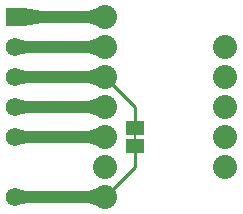
<source format=gtl>
G04 Layer: TopLayer*
G04 EasyEDA v6.5.22, 2023-01-09 16:32:10*
G04 a5f1863f92214070b907f627d0471349,a9f00e695b414744abbaf3eb758947ea,10*
G04 Gerber Generator version 0.2*
G04 Scale: 100 percent, Rotated: No, Reflected: No *
G04 Dimensions in millimeters *
G04 leading zeros omitted , absolute positions ,4 integer and 5 decimal *
%FSLAX45Y45*%
%MOMM*%

%AMMACRO1*4,1,4,-0.8001,-0.5842,-0.8001,0.5842,0.8001,0.5842,0.8001,-0.5842,-0.8001,-0.5842,0*%
%ADD10C,0.2540*%
%ADD11C,1.0000*%
%ADD12MACRO1*%
%ADD13R,0.2032X0.6350*%
%ADD14C,2.0320*%
%ADD15C,1.5748*%
%ADD16R,1.5748X1.5748*%

%LPD*%
G36*
X586740Y5666740D02*
G01*
X586740Y5509260D01*
X736752Y5538012D01*
X736752Y5637987D01*
G37*
G36*
X1202842Y4140301D02*
G01*
X1131722Y4114088D01*
X1131773Y4014063D01*
X1202893Y3987901D01*
G37*
G36*
X1202842Y4648250D02*
G01*
X1131722Y4621987D01*
X1131773Y4522012D01*
X1202893Y4495850D01*
G37*
G36*
X1202842Y4902250D02*
G01*
X1131722Y4875987D01*
X1131773Y4776012D01*
X1202893Y4749850D01*
G37*
G36*
X1202842Y5156250D02*
G01*
X1131722Y5129987D01*
X1131773Y5030012D01*
X1202893Y5003850D01*
G37*
G36*
X1202842Y5410250D02*
G01*
X1131722Y5383987D01*
X1131773Y5284012D01*
X1202893Y5257850D01*
G37*
G36*
X1202842Y5664250D02*
G01*
X1131722Y5637987D01*
X1131773Y5538012D01*
X1202893Y5511850D01*
G37*
G36*
X560070Y4123080D02*
G01*
X560070Y4004970D01*
X615188Y4014012D01*
X615188Y4113987D01*
G37*
G36*
X560070Y5393029D02*
G01*
X560070Y5274970D01*
X615188Y5284012D01*
X615188Y5383987D01*
G37*
G36*
X560070Y5139029D02*
G01*
X560070Y5020970D01*
X615188Y5030012D01*
X615188Y5129987D01*
G37*
G36*
X560070Y4885029D02*
G01*
X560070Y4766970D01*
X615188Y4776012D01*
X615188Y4875987D01*
G37*
G36*
X560070Y4631029D02*
G01*
X560070Y4512970D01*
X615188Y4522012D01*
X615188Y4621987D01*
G37*
D10*
X1524000Y4648200D02*
G01*
X1524000Y4826152D01*
X1270076Y5080076D01*
X1270076Y4064076D02*
G01*
X1524000Y4318000D01*
X1524000Y4495800D01*
D11*
X508000Y5588000D02*
G01*
X1269982Y5588000D01*
X1270068Y5588086D01*
X508000Y5334000D02*
G01*
X1269982Y5334000D01*
X1270068Y5334086D01*
X508000Y5080000D02*
G01*
X1269982Y5080000D01*
X1270068Y5080086D01*
X508000Y4826000D02*
G01*
X1269982Y4826000D01*
X1270068Y4826086D01*
X508000Y4572000D02*
G01*
X1269982Y4572000D01*
X1270068Y4572086D01*
X508000Y4064000D02*
G01*
X1270000Y4064000D01*
D12*
G01*
X1524000Y4495800D03*
G01*
X1524000Y4648200D03*
D13*
G01*
X1524000Y4572000D03*
D14*
G01*
X1270076Y5588076D03*
G01*
X1270076Y5334076D03*
G01*
X1270076Y5080076D03*
G01*
X1270076Y4826076D03*
G01*
X1270076Y4572076D03*
G01*
X1270076Y4318076D03*
G01*
X1270076Y4064076D03*
G01*
X2286076Y5334076D03*
G01*
X2286076Y5080076D03*
G01*
X2286076Y4826076D03*
G01*
X2286076Y4572076D03*
G01*
X2286076Y4318076D03*
D15*
G01*
X508000Y4572000D03*
G01*
X508000Y4826000D03*
G01*
X508000Y5080000D03*
G01*
X508000Y5334000D03*
D16*
G01*
X508000Y5588000D03*
D15*
G01*
X508000Y4064000D03*
M02*

</source>
